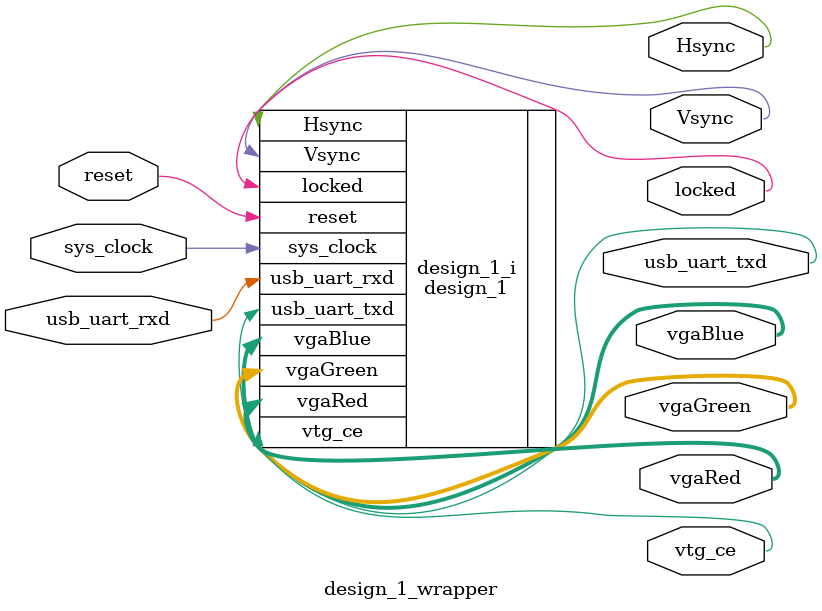
<source format=v>
`timescale 1 ps / 1 ps

module design_1_wrapper
   (Hsync,
    Vsync,
    locked,
    reset,
    sys_clock,
    usb_uart_rxd,
    usb_uart_txd,
    vgaBlue,
    vgaGreen,
    vgaRed,
    vtg_ce);
  output Hsync;
  output Vsync;
  output locked;
  input reset;
  input sys_clock;
  input usb_uart_rxd;
  output usb_uart_txd;
  output [3:0]vgaBlue;
  output [3:0]vgaGreen;
  output [3:0]vgaRed;
  output vtg_ce;

  wire Hsync;
  wire Vsync;
  wire locked;
  wire reset;
  wire sys_clock;
  wire usb_uart_rxd;
  wire usb_uart_txd;
  wire [3:0]vgaBlue;
  wire [3:0]vgaGreen;
  wire [3:0]vgaRed;
  wire vtg_ce;

  design_1 design_1_i
       (.Hsync(Hsync),
        .Vsync(Vsync),
        .locked(locked),
        .reset(reset),
        .sys_clock(sys_clock),
        .usb_uart_rxd(usb_uart_rxd),
        .usb_uart_txd(usb_uart_txd),
        .vgaBlue(vgaBlue),
        .vgaGreen(vgaGreen),
        .vgaRed(vgaRed),
        .vtg_ce(vtg_ce));
endmodule

</source>
